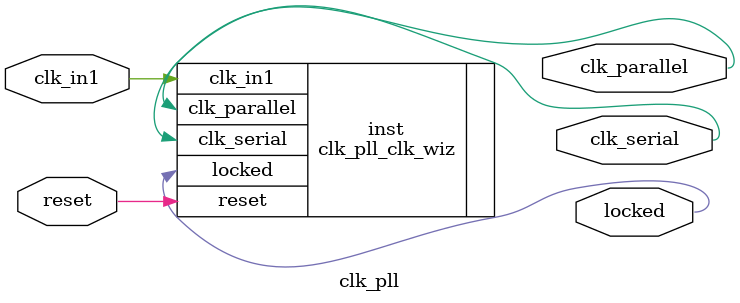
<source format=v>


`timescale 1ps/1ps

(* CORE_GENERATION_INFO = "clk_pll,clk_wiz_v6_0_2_0_0,{component_name=clk_pll,use_phase_alignment=true,use_min_o_jitter=false,use_max_i_jitter=false,use_dyn_phase_shift=false,use_inclk_switchover=false,use_dyn_reconfig=false,enable_axi=0,feedback_source=FDBK_AUTO,PRIMITIVE=MMCM,num_out_clk=2,clkin1_period=5.000,clkin2_period=10.0,use_power_down=false,use_reset=true,use_locked=true,use_inclk_stopped=false,feedback_type=SINGLE,CLOCK_MGR_TYPE=NA,manual_override=false}" *)

module clk_pll 
 (
  // Clock out ports
  output        clk_parallel,
  output        clk_serial,
  // Status and control signals
  input         reset,
  output        locked,
 // Clock in ports
  input         clk_in1
 );

  clk_pll_clk_wiz inst
  (
  // Clock out ports  
  .clk_parallel(clk_parallel),
  .clk_serial(clk_serial),
  // Status and control signals               
  .reset(reset), 
  .locked(locked),
 // Clock in ports
  .clk_in1(clk_in1)
  );

endmodule

</source>
